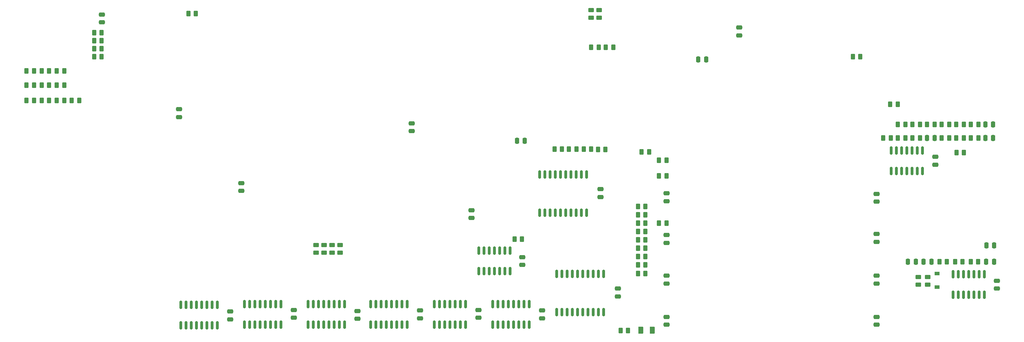
<source format=gbr>
%TF.GenerationSoftware,KiCad,Pcbnew,7.0.1*%
%TF.CreationDate,2023-03-15T00:19:44+00:00*%
%TF.ProjectId,CPC464-2MINI,43504334-3634-42d3-924d-494e492e6b69,rev?*%
%TF.SameCoordinates,Original*%
%TF.FileFunction,Paste,Top*%
%TF.FilePolarity,Positive*%
%FSLAX46Y46*%
G04 Gerber Fmt 4.6, Leading zero omitted, Abs format (unit mm)*
G04 Created by KiCad (PCBNEW 7.0.1) date 2023-03-15 00:19:44*
%MOMM*%
%LPD*%
G01*
G04 APERTURE LIST*
G04 Aperture macros list*
%AMRoundRect*
0 Rectangle with rounded corners*
0 $1 Rounding radius*
0 $2 $3 $4 $5 $6 $7 $8 $9 X,Y pos of 4 corners*
0 Add a 4 corners polygon primitive as box body*
4,1,4,$2,$3,$4,$5,$6,$7,$8,$9,$2,$3,0*
0 Add four circle primitives for the rounded corners*
1,1,$1+$1,$2,$3*
1,1,$1+$1,$4,$5*
1,1,$1+$1,$6,$7*
1,1,$1+$1,$8,$9*
0 Add four rect primitives between the rounded corners*
20,1,$1+$1,$2,$3,$4,$5,0*
20,1,$1+$1,$4,$5,$6,$7,0*
20,1,$1+$1,$6,$7,$8,$9,0*
20,1,$1+$1,$8,$9,$2,$3,0*%
G04 Aperture macros list end*
%ADD10R,1.200000X0.900000*%
%ADD11RoundRect,0.250000X-0.262500X-0.450000X0.262500X-0.450000X0.262500X0.450000X-0.262500X0.450000X0*%
%ADD12RoundRect,0.150000X0.150000X-0.825000X0.150000X0.825000X-0.150000X0.825000X-0.150000X-0.825000X0*%
%ADD13RoundRect,0.250000X-0.450000X0.262500X-0.450000X-0.262500X0.450000X-0.262500X0.450000X0.262500X0*%
%ADD14RoundRect,0.250000X0.475000X-0.250000X0.475000X0.250000X-0.475000X0.250000X-0.475000X-0.250000X0*%
%ADD15RoundRect,0.250000X0.262500X0.450000X-0.262500X0.450000X-0.262500X-0.450000X0.262500X-0.450000X0*%
%ADD16RoundRect,0.250000X0.450000X-0.262500X0.450000X0.262500X-0.450000X0.262500X-0.450000X-0.262500X0*%
%ADD17RoundRect,0.250000X-0.250000X-0.475000X0.250000X-0.475000X0.250000X0.475000X-0.250000X0.475000X0*%
%ADD18RoundRect,0.250000X-0.475000X0.250000X-0.475000X-0.250000X0.475000X-0.250000X0.475000X0.250000X0*%
%ADD19RoundRect,0.150000X0.150000X-0.875000X0.150000X0.875000X-0.150000X0.875000X-0.150000X-0.875000X0*%
%ADD20RoundRect,0.250000X0.250000X0.475000X-0.250000X0.475000X-0.250000X-0.475000X0.250000X-0.475000X0*%
%ADD21RoundRect,0.250000X0.375000X0.625000X-0.375000X0.625000X-0.375000X-0.625000X0.375000X-0.625000X0*%
G04 APERTURE END LIST*
D10*
%TO.C,D101*%
X243353400Y-96083600D03*
X243353400Y-92783600D03*
%TD*%
D11*
%TO.C,R121*%
X21637500Y-50600000D03*
X23462500Y-50600000D03*
%TD*%
%TO.C,R133*%
X237382000Y-56498000D03*
X239207000Y-56498000D03*
%TD*%
D12*
%TO.C,IC125*%
X247265000Y-97950000D03*
X248535000Y-97950000D03*
X249805000Y-97950000D03*
X251075000Y-97950000D03*
X252345000Y-97950000D03*
X253615000Y-97950000D03*
X254885000Y-97950000D03*
X254885000Y-93000000D03*
X253615000Y-93000000D03*
X252345000Y-93000000D03*
X251075000Y-93000000D03*
X249805000Y-93000000D03*
X248535000Y-93000000D03*
X247265000Y-93000000D03*
%TD*%
D13*
%TO.C,R104*%
X159150000Y-28637500D03*
X159150000Y-30462500D03*
%TD*%
D14*
%TO.C,C108*%
X228592000Y-85090000D03*
X228592000Y-83190000D03*
%TD*%
%TO.C,C105*%
X177502200Y-75168600D03*
X177502200Y-73268600D03*
%TD*%
D15*
%TO.C,R160*%
X173262500Y-63150000D03*
X171437500Y-63150000D03*
%TD*%
D16*
%TO.C,R105*%
X98000000Y-87712500D03*
X98000000Y-85887500D03*
%TD*%
D14*
%TO.C,C110*%
X228592000Y-95250000D03*
X228592000Y-93350000D03*
%TD*%
D12*
%TO.C,IC113*%
X135128000Y-105222000D03*
X136398000Y-105222000D03*
X137668000Y-105222000D03*
X138938000Y-105222000D03*
X140208000Y-105222000D03*
X141478000Y-105222000D03*
X142748000Y-105222000D03*
X144018000Y-105222000D03*
X144018000Y-100272000D03*
X142748000Y-100272000D03*
X141478000Y-100272000D03*
X140208000Y-100272000D03*
X138938000Y-100272000D03*
X137668000Y-100272000D03*
X136398000Y-100272000D03*
X135128000Y-100272000D03*
%TD*%
D13*
%TO.C,R155*%
X238781400Y-95473100D03*
X238781400Y-93648100D03*
%TD*%
D14*
%TO.C,C121*%
X131699000Y-103570000D03*
X131699000Y-101670000D03*
%TD*%
D11*
%TO.C,R141*%
X224663000Y-40005000D03*
X222838000Y-40005000D03*
%TD*%
%TO.C,R131*%
X248050000Y-59800000D03*
X249875000Y-59800000D03*
%TD*%
%TO.C,R126*%
X248050000Y-56498000D03*
X249875000Y-56498000D03*
%TD*%
D12*
%TO.C,IC110*%
X120904000Y-105222000D03*
X122174000Y-105222000D03*
X123444000Y-105222000D03*
X124714000Y-105222000D03*
X125984000Y-105222000D03*
X127254000Y-105222000D03*
X128524000Y-105222000D03*
X128524000Y-100272000D03*
X127254000Y-100272000D03*
X125984000Y-100272000D03*
X124714000Y-100272000D03*
X123444000Y-100272000D03*
X122174000Y-100272000D03*
X120904000Y-100272000D03*
%TD*%
D17*
%TO.C,C134*%
X255124500Y-56498000D03*
X257024500Y-56498000D03*
%TD*%
D13*
%TO.C,R103*%
X161100000Y-28637500D03*
X161100000Y-30462500D03*
%TD*%
D17*
%TO.C,C131*%
X255375000Y-85950000D03*
X257275000Y-85950000D03*
%TD*%
D15*
%TO.C,R118*%
X27150000Y-43450000D03*
X25325000Y-43450000D03*
%TD*%
D14*
%TO.C,C106*%
X228592000Y-75311000D03*
X228592000Y-73411000D03*
%TD*%
D11*
%TO.C,R120*%
X25325000Y-46950000D03*
X27150000Y-46950000D03*
%TD*%
D15*
%TO.C,R1253*%
X39932500Y-34150000D03*
X38107500Y-34150000D03*
%TD*%
D18*
%TO.C,C126*%
X195180000Y-32875000D03*
X195180000Y-34775000D03*
%TD*%
D11*
%TO.C,R150*%
X170525000Y-76451000D03*
X172350000Y-76451000D03*
%TD*%
D14*
%TO.C,C117*%
X147193000Y-103697000D03*
X147193000Y-101797000D03*
%TD*%
D11*
%TO.C,R111*%
X247749500Y-89912400D03*
X249574500Y-89912400D03*
%TD*%
%TO.C,R136*%
X233826000Y-59800000D03*
X235651000Y-59800000D03*
%TD*%
%TO.C,R147*%
X170525000Y-82547000D03*
X172350000Y-82547000D03*
%TD*%
%TO.C,R153*%
X170525000Y-86611000D03*
X172350000Y-86611000D03*
%TD*%
D14*
%TO.C,C127*%
X86741000Y-103570000D03*
X86741000Y-101670000D03*
%TD*%
D11*
%TO.C,R115*%
X32625000Y-50600000D03*
X34450000Y-50600000D03*
%TD*%
D18*
%TO.C,C116*%
X142380000Y-88825000D03*
X142380000Y-90725000D03*
%TD*%
D11*
%TO.C,R143*%
X243939500Y-89912400D03*
X245764500Y-89912400D03*
%TD*%
%TO.C,R130*%
X237382000Y-59800000D03*
X239207000Y-59800000D03*
%TD*%
D17*
%TO.C,C135*%
X240877500Y-59800000D03*
X242777500Y-59800000D03*
%TD*%
D11*
%TO.C,R122*%
X21637500Y-43450000D03*
X23462500Y-43450000D03*
%TD*%
%TO.C,R137*%
X244494000Y-56498000D03*
X246319000Y-56498000D03*
%TD*%
%TO.C,R128*%
X251606000Y-56498000D03*
X253431000Y-56498000D03*
%TD*%
D17*
%TO.C,C133*%
X255124500Y-59800000D03*
X257024500Y-59800000D03*
%TD*%
D11*
%TO.C,R142*%
X162687500Y-37675000D03*
X164512500Y-37675000D03*
%TD*%
D19*
%TO.C,IC115*%
X150749000Y-102186000D03*
X152019000Y-102186000D03*
X153289000Y-102186000D03*
X154559000Y-102186000D03*
X155829000Y-102186000D03*
X157099000Y-102186000D03*
X158369000Y-102186000D03*
X159639000Y-102186000D03*
X160909000Y-102186000D03*
X162179000Y-102186000D03*
X162179000Y-92886000D03*
X160909000Y-92886000D03*
X159639000Y-92886000D03*
X158369000Y-92886000D03*
X157099000Y-92886000D03*
X155829000Y-92886000D03*
X154559000Y-92886000D03*
X153289000Y-92886000D03*
X152019000Y-92886000D03*
X150749000Y-92886000D03*
%TD*%
D15*
%TO.C,R1250*%
X39932500Y-40000000D03*
X38107500Y-40000000D03*
%TD*%
D14*
%TO.C,C122*%
X117475000Y-103697000D03*
X117475000Y-101797000D03*
%TD*%
D11*
%TO.C,R161*%
X170537500Y-92800000D03*
X172362500Y-92800000D03*
%TD*%
%TO.C,R119*%
X29012500Y-43450000D03*
X30837500Y-43450000D03*
%TD*%
%TO.C,R135*%
X240938000Y-56498000D03*
X242763000Y-56498000D03*
%TD*%
D20*
%TO.C,C132*%
X257232000Y-89912400D03*
X255332000Y-89912400D03*
%TD*%
D11*
%TO.C,R146*%
X170525000Y-80515000D03*
X172350000Y-80515000D03*
%TD*%
D16*
%TO.C,R108*%
X92175000Y-87712500D03*
X92175000Y-85887500D03*
%TD*%
D11*
%TO.C,R112*%
X159137500Y-37675000D03*
X160962500Y-37675000D03*
%TD*%
D18*
%TO.C,C125*%
X39970000Y-29700000D03*
X39970000Y-31600000D03*
%TD*%
D12*
%TO.C,IC101*%
X59182000Y-105410000D03*
X60452000Y-105410000D03*
X61722000Y-105410000D03*
X62992000Y-105410000D03*
X64262000Y-105410000D03*
X65532000Y-105410000D03*
X66802000Y-105410000D03*
X68072000Y-105410000D03*
X68072000Y-100460000D03*
X66802000Y-100460000D03*
X65532000Y-100460000D03*
X64262000Y-100460000D03*
X62992000Y-100460000D03*
X61722000Y-100460000D03*
X60452000Y-100460000D03*
X59182000Y-100460000D03*
%TD*%
D11*
%TO.C,R149*%
X170525000Y-90675000D03*
X172350000Y-90675000D03*
%TD*%
%TO.C,R123*%
X21637500Y-46950000D03*
X23462500Y-46950000D03*
%TD*%
D16*
%TO.C,R106*%
X96075000Y-87712500D03*
X96075000Y-85887500D03*
%TD*%
D15*
%TO.C,R1252*%
X39932500Y-36100000D03*
X38107500Y-36100000D03*
%TD*%
D11*
%TO.C,R134*%
X230270000Y-59800000D03*
X232095000Y-59800000D03*
%TD*%
D14*
%TO.C,C123*%
X102235000Y-103824000D03*
X102235000Y-101924000D03*
%TD*%
D12*
%TO.C,IC104*%
X74676000Y-105222000D03*
X75946000Y-105222000D03*
X77216000Y-105222000D03*
X78486000Y-105222000D03*
X79756000Y-105222000D03*
X81026000Y-105222000D03*
X82296000Y-105222000D03*
X83566000Y-105222000D03*
X83566000Y-100272000D03*
X82296000Y-100272000D03*
X81026000Y-100272000D03*
X79756000Y-100272000D03*
X78486000Y-100272000D03*
X77216000Y-100272000D03*
X75946000Y-100272000D03*
X74676000Y-100272000D03*
%TD*%
D14*
%TO.C,C112*%
X228592000Y-105283000D03*
X228592000Y-103383000D03*
%TD*%
D11*
%TO.C,R145*%
X251559500Y-89912400D03*
X253384500Y-89912400D03*
%TD*%
D14*
%TO.C,C137*%
X73975000Y-72690000D03*
X73975000Y-70790000D03*
%TD*%
D11*
%TO.C,R109*%
X150194600Y-62525000D03*
X152019600Y-62525000D03*
%TD*%
D14*
%TO.C,C114*%
X161417000Y-74164000D03*
X161417000Y-72264000D03*
%TD*%
%TO.C,C120*%
X130000000Y-79275000D03*
X130000000Y-77375000D03*
%TD*%
D21*
%TO.C,D102*%
X174050000Y-106625000D03*
X171250000Y-106625000D03*
%TD*%
D11*
%TO.C,R132*%
X251606000Y-59800000D03*
X253431000Y-59800000D03*
%TD*%
D20*
%TO.C,C136*%
X142975000Y-60450000D03*
X141075000Y-60450000D03*
%TD*%
D14*
%TO.C,C115*%
X165608000Y-98359000D03*
X165608000Y-96459000D03*
%TD*%
D15*
%TO.C,R138*%
X168112500Y-106675000D03*
X166287500Y-106675000D03*
%TD*%
D16*
%TO.C,R101*%
X241075000Y-93648100D03*
X241075000Y-95473100D03*
%TD*%
D17*
%TO.C,C102*%
X236282000Y-89912400D03*
X238182000Y-89912400D03*
%TD*%
D11*
%TO.C,R124*%
X140487500Y-84400000D03*
X142312500Y-84400000D03*
%TD*%
D17*
%TO.C,C130*%
X240092000Y-89912400D03*
X241992000Y-89912400D03*
%TD*%
D12*
%TO.C,IC105*%
X90170000Y-105222000D03*
X91440000Y-105222000D03*
X92710000Y-105222000D03*
X93980000Y-105222000D03*
X95250000Y-105222000D03*
X96520000Y-105222000D03*
X97790000Y-105222000D03*
X99060000Y-105222000D03*
X99060000Y-100272000D03*
X97790000Y-100272000D03*
X96520000Y-100272000D03*
X95250000Y-100272000D03*
X93980000Y-100272000D03*
X92710000Y-100272000D03*
X91440000Y-100272000D03*
X90170000Y-100272000D03*
%TD*%
D14*
%TO.C,C113*%
X242933800Y-66264800D03*
X242933800Y-64364800D03*
%TD*%
D11*
%TO.C,R127*%
X248062500Y-63325000D03*
X249887500Y-63325000D03*
%TD*%
%TO.C,R102*%
X157312500Y-62525000D03*
X159137500Y-62525000D03*
%TD*%
%TO.C,R152*%
X170525000Y-84579000D03*
X172350000Y-84579000D03*
%TD*%
%TO.C,R129*%
X233826000Y-56498000D03*
X235651000Y-56498000D03*
%TD*%
D12*
%TO.C,IC109*%
X105410000Y-105222000D03*
X106680000Y-105222000D03*
X107950000Y-105222000D03*
X109220000Y-105222000D03*
X110490000Y-105222000D03*
X111760000Y-105222000D03*
X113030000Y-105222000D03*
X114300000Y-105222000D03*
X114300000Y-100272000D03*
X113030000Y-100272000D03*
X111760000Y-100272000D03*
X110490000Y-100272000D03*
X109220000Y-100272000D03*
X107950000Y-100272000D03*
X106680000Y-100272000D03*
X105410000Y-100272000D03*
%TD*%
D19*
%TO.C,IC114*%
X146558000Y-77991000D03*
X147828000Y-77991000D03*
X149098000Y-77991000D03*
X150368000Y-77991000D03*
X151638000Y-77991000D03*
X152908000Y-77991000D03*
X154178000Y-77991000D03*
X155448000Y-77991000D03*
X156718000Y-77991000D03*
X157988000Y-77991000D03*
X157988000Y-68691000D03*
X156718000Y-68691000D03*
X155448000Y-68691000D03*
X154178000Y-68691000D03*
X152908000Y-68691000D03*
X151638000Y-68691000D03*
X150368000Y-68691000D03*
X149098000Y-68691000D03*
X147828000Y-68691000D03*
X146558000Y-68691000D03*
%TD*%
D14*
%TO.C,C124*%
X58825000Y-54690000D03*
X58825000Y-52790000D03*
%TD*%
D11*
%TO.C,R148*%
X170525000Y-88643000D03*
X172350000Y-88643000D03*
%TD*%
D15*
%TO.C,R144*%
X177481000Y-65225000D03*
X175656000Y-65225000D03*
%TD*%
D17*
%TO.C,C104*%
X185225000Y-40650000D03*
X187125000Y-40650000D03*
%TD*%
D14*
%TO.C,C107*%
X177502200Y-85328600D03*
X177502200Y-83428600D03*
%TD*%
D11*
%TO.C,R157*%
X175656000Y-69050000D03*
X177481000Y-69050000D03*
%TD*%
%TO.C,R117*%
X29012500Y-46950000D03*
X30837500Y-46950000D03*
%TD*%
D16*
%TO.C,R107*%
X94125000Y-87712500D03*
X94125000Y-85887500D03*
%TD*%
D11*
%TO.C,R125*%
X244494000Y-59800000D03*
X246319000Y-59800000D03*
%TD*%
D15*
%TO.C,R116*%
X27150000Y-50600000D03*
X25325000Y-50600000D03*
%TD*%
D12*
%TO.C,IC112*%
X131775000Y-92200000D03*
X133045000Y-92200000D03*
X134315000Y-92200000D03*
X135585000Y-92200000D03*
X136855000Y-92200000D03*
X138125000Y-92200000D03*
X139395000Y-92200000D03*
X139395000Y-87250000D03*
X138125000Y-87250000D03*
X136855000Y-87250000D03*
X135585000Y-87250000D03*
X134315000Y-87250000D03*
X133045000Y-87250000D03*
X131775000Y-87250000D03*
%TD*%
D11*
%TO.C,R156*%
X61062500Y-29500000D03*
X62887500Y-29500000D03*
%TD*%
D14*
%TO.C,C119*%
X115400000Y-58100000D03*
X115400000Y-56200000D03*
%TD*%
D11*
%TO.C,R114*%
X29012500Y-50600000D03*
X30837500Y-50600000D03*
%TD*%
%TO.C,R110*%
X153733600Y-62525000D03*
X155558600Y-62525000D03*
%TD*%
%TO.C,R113*%
X160787500Y-62550000D03*
X162612500Y-62550000D03*
%TD*%
D18*
%TO.C,C129*%
X257925000Y-94575000D03*
X257925000Y-96475000D03*
%TD*%
D14*
%TO.C,C128*%
X71247000Y-103951000D03*
X71247000Y-102051000D03*
%TD*%
D12*
%TO.C,IC901*%
X232215000Y-67800000D03*
X233485000Y-67800000D03*
X234755000Y-67800000D03*
X236025000Y-67800000D03*
X237295000Y-67800000D03*
X238565000Y-67800000D03*
X239835000Y-67800000D03*
X239835000Y-62850000D03*
X238565000Y-62850000D03*
X237295000Y-62850000D03*
X236025000Y-62850000D03*
X234755000Y-62850000D03*
X233485000Y-62850000D03*
X232215000Y-62850000D03*
%TD*%
D11*
%TO.C,R151*%
X170525000Y-78483000D03*
X172350000Y-78483000D03*
%TD*%
%TO.C,R158*%
X175656000Y-80500000D03*
X177481000Y-80500000D03*
%TD*%
D15*
%TO.C,R1251*%
X39932500Y-38050000D03*
X38107500Y-38050000D03*
%TD*%
D14*
%TO.C,C109*%
X177502200Y-95234600D03*
X177502200Y-93334600D03*
%TD*%
D11*
%TO.C,R140*%
X231975000Y-51575000D03*
X233800000Y-51575000D03*
%TD*%
D14*
%TO.C,C111*%
X177502200Y-105267600D03*
X177502200Y-103367600D03*
%TD*%
M02*

</source>
